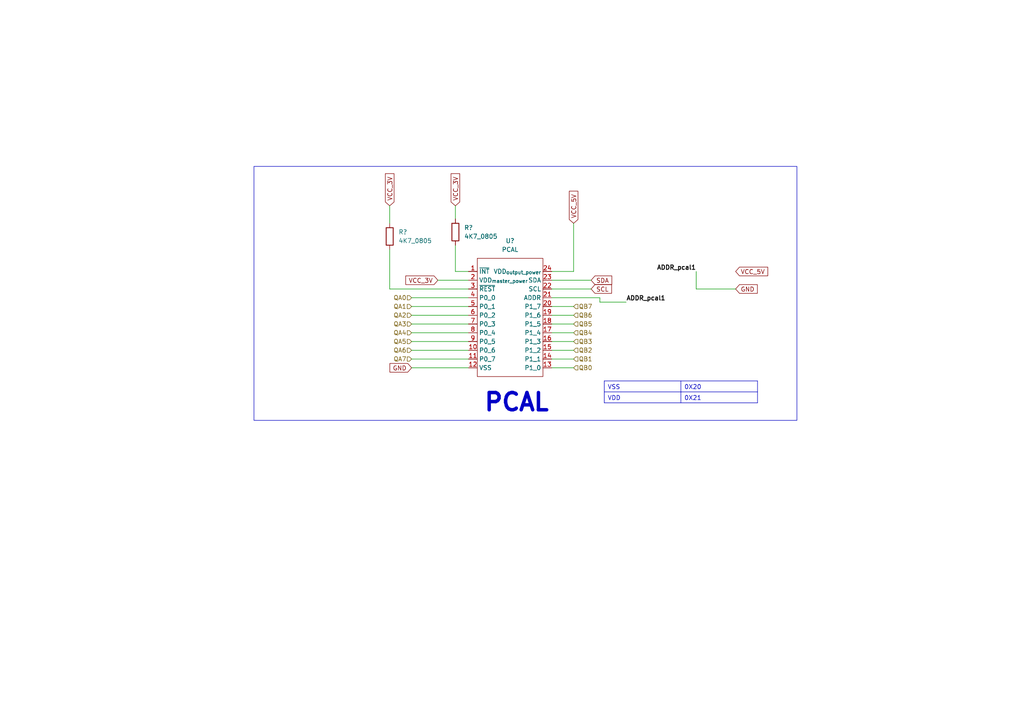
<source format=kicad_sch>
(kicad_sch (version 20250114) (generator "eeschema") (generator_version "9.0")
  (paper "A4")
  (lib_symbols
    (symbol "Device:R" (pin_numbers (hide yes)) (pin_names (offset 0))
      (property "Reference" "R" (at 2.032 0 90))
      (property "Value" "R" (at 0 0 90))
      (symbol "R_0_1"
        (rectangle (start -1.016 -2.54) (end 1.016 2.54) (stroke (width 0.254)))
      )
      (symbol "R_1_1"
        (pin passive line (at 0 3.81 270) (length 1.27) (name "~") (number "1"))
        (pin passive line (at 0 -3.81 90) (length 1.27) (name "~") (number "2"))
      )
    )
    (symbol "fevino:pcal"
      (property "Reference" "U" (at -5.842 -18.542 0))
      (symbol "pcal_0_0"
        (pin bidirectional line (at -12.7 8.89 0) (length 2.54) (name "P0_0") (number "4"))
        (pin bidirectional line (at -12.7 6.35 0) (length 2.54) (name "P0_1") (number "5"))
        (pin bidirectional line (at -12.7 3.81 0) (length 2.54) (name "P0_2") (number "6"))
        (pin bidirectional line (at -12.7 1.27 0) (length 2.54) (name "P0_3") (number "7"))
        (pin bidirectional line (at -12.7 -1.27 0) (length 2.54) (name "P0_4") (number "8"))
        (pin bidirectional line (at -12.7 -3.81 0) (length 2.54) (name "P0_5") (number "9"))
        (pin bidirectional line (at -12.7 -6.35 0) (length 2.54) (name "P0_6") (number "10"))
        (pin bidirectional line (at -12.7 -8.89 0) (length 2.54) (name "P0_7") (number "11"))
        (pin power_in line (at -12.7 -11.43 0) (length 2.54) (name "VSS") (number "12"))
        (pin input line (at 11.43 13.97 180) (length 2.54) (name "SDA") (number "23"))
        (pin input line (at 11.43 11.43 180) (length 2.54) (name "SCL") (number "22"))
        (pin input line (at 11.43 8.89 180) (length 2.54) (name "ADDR") (number "21"))
        (pin bidirectional line (at 11.43 6.35 180) (length 2.54) (name "P1_7") (number "20"))
        (pin bidirectional line (at 11.43 3.81 180) (length 2.54) (name "P1_6") (number "19"))
        (pin bidirectional line (at 11.43 1.27 180) (length 2.54) (name "P1_5") (number "18"))
        (pin bidirectional line (at 11.43 -1.27 180) (length 2.54) (name "P1_4") (number "17"))
        (pin bidirectional line (at 11.43 -3.81 180) (length 2.54) (name "P1_3") (number "16"))
        (pin bidirectional line (at 11.43 -6.35 180) (length 2.54) (name "P1_2") (number "15"))
        (pin bidirectional line (at 11.43 -8.89 180) (length 2.54) (name "P1_1") (number "14"))
        (pin bidirectional line (at 11.43 -11.43 180) (length 2.54) (name "P1_0") (number "13"))
      )
      (symbol "pcal_0_1"
        (rectangle (start -10.16 20.32) (end 8.89 -13.97))
      )
      (symbol "pcal_1_0"
        (pin output line (at -12.7 16.51 0) (length 2.54) (name "~{INT}") (number "1"))
        (pin power_in line (at -12.7 13.97 0) (length 2.54) (name "VDD_{master_power}") (number "2"))
        (pin input line (at -12.7 11.43 0) (length 2.54) (name "~{REST}") (number "3"))
        (pin power_in line (at 11.43 16.51 180) (length 2.54) (name "VDD_{output_power}") (number "24"))
      )
    )
  )
  (rectangle (start 73.66 48.26) (end 231.14 121.92))
  (text "PCAL\n" (at 149.86 116.84 0) (effects (font (size 5 5) (thickness 1) (bold yes))))
  (wire (pts (xy 201.93 83.82) (xy 213.36 83.82)))
  (wire (pts (xy 119.38 91.44) (xy 135.89 91.44)))
  (wire (pts (xy 160.02 106.68) (xy 166.37 106.68)))
  (wire (pts (xy 132.08 78.74) (xy 135.89 78.74)))
  (wire (pts (xy 132.08 59.69) (xy 132.08 63.5)))
  (wire (pts (xy 160.02 104.14) (xy 166.37 104.14)))
  (wire (pts (xy 119.38 86.36) (xy 135.89 86.36)))
  (wire (pts (xy 119.38 104.14) (xy 135.89 104.14)))
  (wire (pts (xy 113.03 83.82) (xy 135.89 83.82)))
  (wire (pts (xy 113.03 59.69) (xy 113.03 64.77)))
  (wire (pts (xy 119.38 101.6) (xy 135.89 101.6)))
  (wire (pts (xy 166.37 64.77) (xy 166.37 78.74)))
  (wire (pts (xy 160.02 88.9) (xy 166.37 88.9)))
  (wire (pts (xy 160.02 101.6) (xy 166.37 101.6)))
  (wire (pts (xy 160.02 99.06) (xy 166.37 99.06)))
  (wire (pts (xy 160.02 93.98) (xy 166.37 93.98)))
  (wire (pts (xy 119.38 106.68) (xy 135.89 106.68)))
  (wire (pts (xy 160.02 91.44) (xy 166.37 91.44)))
  (wire (pts (xy 160.02 96.52) (xy 166.37 96.52)))
  (wire (pts (xy 127 81.28) (xy 135.89 81.28)))
  (wire (pts (xy 113.03 72.39) (xy 113.03 83.82)))
  (wire (pts (xy 119.38 96.52) (xy 135.89 96.52)))
  (wire (pts (xy 132.08 71.12) (xy 132.08 78.74)))
  (wire (pts (xy 160.02 81.28) (xy 171.45 81.28)))
  (wire (pts (xy 166.37 78.74) (xy 160.02 78.74)))
  (wire (pts (xy 119.38 88.9) (xy 135.89 88.9)))
  (wire (pts (xy 181.61 87.63) (xy 173.99 87.63)))
  (wire (pts (xy 160.02 83.82) (xy 171.45 83.82)))
  (wire (pts (xy 119.38 93.98) (xy 135.89 93.98)))
  (wire (pts (xy 173.99 87.63) (xy 173.99 86.36)))
  (wire (pts (xy 173.99 86.36) (xy 160.02 86.36)))
  (wire (pts (xy 201.93 78.74) (xy 201.93 83.82)))
  (wire (pts (xy 119.38 99.06) (xy 135.89 99.06)))
  (table (column_count 2) (border (external yes) (header yes)) (separators (rows yes) (cols yes)) (column_widths 22.225 22.225) (row_heights 3.175 3.175) (cells (table_cell "VSS" (at 175.26 110.49 0) (size 22.225 3.175) (margins 0.9525 0.9525 0.9525 0.9525) (span 1 1)) (table_cell "0X20" (at 197.485 110.49 0) (size 22.225 3.175) (margins 0.9525 0.9525 0.9525 0.9525) (span 1 1)) (table_cell "VDD" (at 175.26 113.665 0) (size 22.225 3.175) (margins 0.9525 0.9525 0.9525 0.9525) (span 1 1)) (table_cell "0X21" (at 197.485 113.665 0) (size 22.225 3.175) (margins 0.9525 0.9525 0.9525 0.9525) (span 1 1))))
  (label "ADDR_pcal1" (at 201.93 78.74 180) (effects (font (thickness 0.254) (bold yes))))
  (label "ADDR_pcal1" (at 181.61 87.63 0) (effects (font (thickness 0.254) (bold yes))))
  (global_label "GND" (shape input) (at 213.36 83.82 0) (property "Intersheetrefs" "${INTERSHEET_REFS}" (effects (hide yes))))
  (global_label "SCL" (shape input) (at 171.45 83.82 0) (property "Intersheetrefs" "${INTERSHEET_REFS}" (effects (hide yes))))
  (global_label "SDA" (shape input) (at 171.45 81.28 0) (property "Intersheetrefs" "${INTERSHEET_REFS}" (effects (hide yes))))
  (global_label "VCC_5V" (shape input) (at 166.37 64.77 90) (property "Intersheetrefs" "${INTERSHEET_REFS}" (effects (hide yes))))
  (global_label "VCC_5V" (shape input) (at 213.36 78.74 0) (property "Intersheetrefs" "${INTERSHEET_REFS}" (effects (hide yes))))
  (global_label "VCC_3V" (shape input) (at 132.08 59.69 90) (property "Intersheetrefs" "${INTERSHEET_REFS}" (effects (hide yes))))
  (global_label "GND" (shape input) (at 119.38 106.68 180) (property "Intersheetrefs" "${INTERSHEET_REFS}" (effects (hide yes))))
  (global_label "VCC_3V" (shape input) (at 127 81.28 180) (property "Intersheetrefs" "${INTERSHEET_REFS}" (effects (hide yes))))
  (global_label "VCC_3V" (shape input) (at 113.03 59.69 90) (property "Intersheetrefs" "${INTERSHEET_REFS}" (effects (hide yes))))
  (hierarchical_label "QB0" (shape input) (at 166.37 106.68 0))
  (hierarchical_label "QA4" (shape input) (at 119.38 96.52 180))
  (hierarchical_label "QA0" (shape input) (at 119.38 86.36 180))
  (hierarchical_label "QB1" (shape input) (at 166.37 104.14 0))
  (hierarchical_label "QA2" (shape input) (at 119.38 91.44 180))
  (hierarchical_label "QA1" (shape input) (at 119.38 88.9 180))
  (hierarchical_label "QB7" (shape input) (at 166.37 88.9 0))
  (hierarchical_label "QA7" (shape input) (at 119.38 104.14 180))
  (hierarchical_label "QB4" (shape input) (at 166.37 96.52 0))
  (hierarchical_label "QB3" (shape input) (at 166.37 99.06 0))
  (hierarchical_label "QB6" (shape input) (at 166.37 91.44 0))
  (hierarchical_label "QB2" (shape input) (at 166.37 101.6 0))
  (hierarchical_label "QA5" (shape input) (at 119.38 99.06 180))
  (hierarchical_label "QA3" (shape input) (at 119.38 93.98 180))
  (hierarchical_label "QA6" (shape input) (at 119.38 101.6 180))
  (hierarchical_label "QB5" (shape input) (at 166.37 93.98 0))
  (symbol (lib_id "Device:R") (at 113.03 68.58 0) (unit 1)
    (property "Reference" "R27" (at 115.57 67.3099 0) (effects (justify left)))
    (property "Value" "4K7_0805" (at 115.57 69.8499 0) (effects (justify left)))
    (property "Footprint" "fevino:R_0805" (effects (hide yes)))
    (property "Description" "Resistor" (effects (hide yes)))
    (instances (project "" (path "" (reference "R?") (unit 1)) (path "" (reference "R27") (unit 1))))
  )
  (symbol (lib_id "fevino:pcal") (at 148.59 95.25 0) (unit 1)
    (property "Reference" "U12" (at 147.955 69.85 0))
    (property "Value" "PCAL" (at 147.955 72.39 0))
    (property "Footprint" "fevino:pcal" (effects (hide yes)))
    (property "Datasheet" "https://robu.in/wp-content/uploads/2024/12/2410010302_Texas-Instruments-TCA6416APWR_C130203.pdf" (effects (hide yes)))
    (instances (project "" (path "" (reference "U?") (unit 1)) (path "" (reference "U12") (unit 1))))
  )
  (symbol (lib_id "Device:R") (at 132.08 67.31 0) (unit 1)
    (property "Reference" "R26" (at 134.62 66.0399 0) (effects (justify left)))
    (property "Value" "4K7_0805" (at 134.62 68.5799 0) (effects (justify left)))
    (property "Footprint" "fevino:R_0805" (effects (hide yes)))
    (property "Description" "Resistor" (effects (hide yes)))
    (instances (project "" (path "" (reference "R?") (unit 1)) (path "" (reference "R26") (unit 1))))
  )
)
</source>
